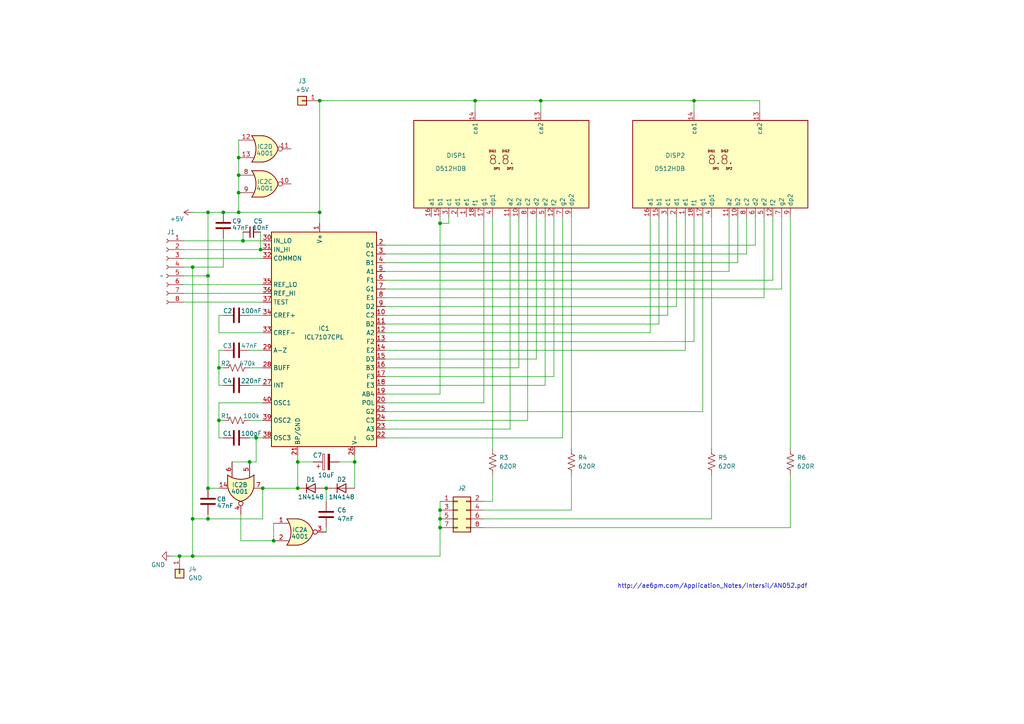
<source format=kicad_sch>
(kicad_sch (version 20230121) (generator eeschema)
  (paper "A4")
  (lib_symbols
    (symbol "4001_1" (pin_names (offset 1.016))
      (property "Reference" "IC2" (at 0 0.635 0))
      (property "Value" "4001" (at 0 -1.27 0))
      (symbol "4001_1_1_1"
        (arc (start -3.81 -3.81) (mid -2.589 0) (end -3.81 3.81) (stroke (width 0.254)))
        (arc (start -0.6096 -3.81) (mid 2.1842 -2.5851) (end 3.81 0) (stroke (width 0.254)) (fill (type background)))
        (polyline (pts (xy -3.81 -3.81) (xy -0.635 -3.81)) (stroke (width 0.254)) (fill (type background)))
        (polyline (pts (xy -3.81 3.81) (xy -0.635 3.81)) (stroke (width 0.254)) (fill (type background)))
        (polyline (pts (xy -0.635 3.81) (xy -3.81 3.81) (xy -3.81 3.81) (xy -3.556 3.4036) (xy -3.0226 2.2606) (xy -2.6924 1.0414) (xy -2.6162 -0.254) (xy -2.7686 -1.4986) (xy -3.175 -2.7178) (xy -3.81 -3.81) (xy -3.81 -3.81) (xy -0.635 -3.81)) (stroke (width -25.4)) (fill (type background)))
        (arc (start 3.81 0) (mid 2.1915 2.5936) (end -0.6096 3.81) (stroke (width 0.254)) (fill (type background)))
        (pin input line (at -7.62 2.54 0) (length 4.318) (name "~") (number "1"))
        (pin input line (at -7.62 -2.54 0) (length 4.318) (name "~") (number "2"))
        (pin output inverted (at 7.62 0 180) (length 3.81) (name "~") (number "3"))
      )
      (symbol "4001_1_1_2"
        (arc (start 0 -3.81) (mid 3.7934 0) (end 0 3.81) (stroke (width 0.254)) (fill (type background)))
        (polyline (pts (xy 0 3.81) (xy -3.81 3.81) (xy -3.81 -3.81) (xy 0 -3.81)) (stroke (width 0.254)) (fill (type background)))
        (pin input inverted (at -7.62 2.54 0) (length 3.81) (name "~") (number "1"))
        (pin input inverted (at -7.62 -2.54 0) (length 3.81) (name "~") (number "2"))
        (pin output line (at 7.62 0 180) (length 3.81) (name "~") (number "3"))
      )
      (symbol "4001_1_2_1"
        (arc (start -3.81 -3.81) (mid -2.589 0) (end -3.81 3.81) (stroke (width 0.254)))
        (arc (start -0.6096 -3.81) (mid 2.1842 -2.5851) (end 3.81 0) (stroke (width 0.254)) (fill (type background)))
        (polyline (pts (xy -3.81 -3.81) (xy -0.635 -3.81)) (stroke (width 0.254)) (fill (type background)))
        (polyline (pts (xy -3.81 3.81) (xy -0.635 3.81)) (stroke (width 0.254)) (fill (type background)))
        (polyline (pts (xy -0.635 3.81) (xy -3.81 3.81) (xy -3.81 3.81) (xy -3.556 3.4036) (xy -3.0226 2.2606) (xy -2.6924 1.0414) (xy -2.6162 -0.254) (xy -2.7686 -1.4986) (xy -3.175 -2.7178) (xy -3.81 -3.81) (xy -3.81 -3.81) (xy -0.635 -3.81)) (stroke (width -25.4)) (fill (type background)))
        (arc (start 3.81 0) (mid 2.1915 2.5936) (end -0.6096 3.81) (stroke (width 0.254)) (fill (type background)))
        (pin power_in line (at 0 -6.35 90) (length 2.54) (name "") (number "14"))
        (pin output inverted (at 7.62 0 180) (length 3.81) (name "~") (number "4"))
        (pin input line (at -7.62 2.54 0) (length 4.318) (name "~") (number "5"))
        (pin input line (at -7.62 -2.54 0) (length 4.318) (name "~") (number "6"))
        (pin power_in line (at 0 6.35 270) (length 2.54) (name "") (number "7"))
      )
      (symbol "4001_1_2_2"
        (arc (start 0 -3.81) (mid 3.7934 0) (end 0 3.81) (stroke (width 0.254)) (fill (type background)))
        (polyline (pts (xy 0 3.81) (xy -3.81 3.81) (xy -3.81 -3.81) (xy 0 -3.81)) (stroke (width 0.254)) (fill (type background)))
        (pin output line (at 7.62 0 180) (length 3.81) (name "~") (number "4"))
        (pin input inverted (at -7.62 2.54 0) (length 3.81) (name "~") (number "5"))
        (pin input inverted (at -7.62 -2.54 0) (length 3.81) (name "~") (number "6"))
      )
      (symbol "4001_1_3_1"
        (arc (start -3.81 -3.81) (mid -2.589 0) (end -3.81 3.81) (stroke (width 0.254)))
        (arc (start -0.6096 -3.81) (mid 2.1842 -2.5851) (end 3.81 0) (stroke (width 0.254)) (fill (type background)))
        (polyline (pts (xy -3.81 -3.81) (xy -0.635 -3.81)) (stroke (width 0.254)) (fill (type background)))
        (polyline (pts (xy -3.81 3.81) (xy -0.635 3.81)) (stroke (width 0.254)) (fill (type background)))
        (polyline (pts (xy -0.635 3.81) (xy -3.81 3.81) (xy -3.81 3.81) (xy -3.556 3.4036) (xy -3.0226 2.2606) (xy -2.6924 1.0414) (xy -2.6162 -0.254) (xy -2.7686 -1.4986) (xy -3.175 -2.7178) (xy -3.81 -3.81) (xy -3.81 -3.81) (xy -0.635 -3.81)) (stroke (width -25.4)) (fill (type background)))
        (arc (start 3.81 0) (mid 2.1915 2.5936) (end -0.6096 3.81) (stroke (width 0.254)) (fill (type background)))
        (pin output inverted (at 7.62 0 180) (length 3.81) (name "~") (number "10"))
        (pin input line (at -7.62 2.54 0) (length 4.318) (name "~") (number "8"))
        (pin input line (at -7.62 -2.54 0) (length 4.318) (name "~") (number "9"))
      )
      (symbol "4001_1_3_2"
        (arc (start 0 -3.81) (mid 3.7934 0) (end 0 3.81) (stroke (width 0.254)) (fill (type background)))
        (polyline (pts (xy 0 3.81) (xy -3.81 3.81) (xy -3.81 -3.81) (xy 0 -3.81)) (stroke (width 0.254)) (fill (type background)))
        (pin output line (at 7.62 0 180) (length 3.81) (name "~") (number "10"))
        (pin input inverted (at -7.62 2.54 0) (length 3.81) (name "~") (number "8"))
        (pin input inverted (at -7.62 -2.54 0) (length 3.81) (name "~") (number "9"))
      )
      (symbol "4001_1_4_1"
        (arc (start -3.81 -3.81) (mid -2.589 0) (end -3.81 3.81) (stroke (width 0.254)))
        (arc (start -0.6096 -3.81) (mid 2.1842 -2.5851) (end 3.81 0) (stroke (width 0.254)) (fill (type background)))
        (polyline (pts (xy -3.81 -3.81) (xy -0.635 -3.81)) (stroke (width 0.254)) (fill (type background)))
        (polyline (pts (xy -3.81 3.81) (xy -0.635 3.81)) (stroke (width 0.254)) (fill (type background)))
        (polyline (pts (xy -0.635 3.81) (xy -3.81 3.81) (xy -3.81 3.81) (xy -3.556 3.4036) (xy -3.0226 2.2606) (xy -2.6924 1.0414) (xy -2.6162 -0.254) (xy -2.7686 -1.4986) (xy -3.175 -2.7178) (xy -3.81 -3.81) (xy -3.81 -3.81) (xy -0.635 -3.81)) (stroke (width -25.4)) (fill (type background)))
        (arc (start 3.81 0) (mid 2.1915 2.5936) (end -0.6096 3.81) (stroke (width 0.254)) (fill (type background)))
        (pin output inverted (at 7.62 0 180) (length 3.81) (name "~") (number "11"))
        (pin input line (at -7.62 2.54 0) (length 4.318) (name "~") (number "12"))
        (pin input line (at -7.62 -2.54 0) (length 4.318) (name "~") (number "13"))
      )
      (symbol "4001_1_4_2"
        (arc (start 0 -3.81) (mid 3.7934 0) (end 0 3.81) (stroke (width 0.254)) (fill (type background)))
        (polyline (pts (xy 0 3.81) (xy -3.81 3.81) (xy -3.81 -3.81) (xy 0 -3.81)) (stroke (width 0.254)) (fill (type background)))
        (pin output line (at 7.62 0 180) (length 3.81) (name "~") (number "11"))
        (pin input inverted (at -7.62 2.54 0) (length 3.81) (name "~") (number "12"))
        (pin input inverted (at -7.62 -2.54 0) (length 3.81) (name "~") (number "13"))
      )
      (symbol "4001_1_5_0"
        (pin power_in line (at 0 12.7 270) (length 5.08) (name "VDD") (number "14"))
        (pin power_in line (at 0 -12.7 90) (length 5.08) (name "VSS") (number "7"))
      )
      (symbol "4001_1_5_1"
        (rectangle (start -5.08 7.62) (end 5.08 -7.62) (stroke (width 0.254)) (fill (type background)))
      )
    )
    (symbol "4001_2" (pin_names (offset 1.016))
      (property "Reference" "U" (at 0 1.27 0))
      (property "Value" "4001" (at 0 -1.27 0))
      (symbol "4001_2_1_1"
        (arc (start -3.81 -3.81) (mid -2.589 0) (end -3.81 3.81) (stroke (width 0.254)))
        (arc (start -0.6096 -3.81) (mid 2.1842 -2.5851) (end 3.81 0) (stroke (width 0.254)) (fill (type background)))
        (polyline (pts (xy -3.81 -3.81) (xy -0.635 -3.81)) (stroke (width 0.254)) (fill (type background)))
        (polyline (pts (xy -3.81 3.81) (xy -0.635 3.81)) (stroke (width 0.254)) (fill (type background)))
        (polyline (pts (xy -0.635 3.81) (xy -3.81 3.81) (xy -3.81 3.81) (xy -3.556 3.4036) (xy -3.0226 2.2606) (xy -2.6924 1.0414) (xy -2.6162 -0.254) (xy -2.7686 -1.4986) (xy -3.175 -2.7178) (xy -3.81 -3.81) (xy -3.81 -3.81) (xy -0.635 -3.81)) (stroke (width -25.4)) (fill (type background)))
        (arc (start 3.81 0) (mid 2.1915 2.5936) (end -0.6096 3.81) (stroke (width 0.254)) (fill (type background)))
        (pin input line (at -7.62 2.54 0) (length 4.318) (name "~") (number "1"))
        (pin input line (at -7.62 -2.54 0) (length 4.318) (name "~") (number "2"))
        (pin output inverted (at 7.62 0 180) (length 3.81) (name "~") (number "3"))
      )
      (symbol "4001_2_1_2"
        (arc (start 0 -3.81) (mid 3.7934 0) (end 0 3.81) (stroke (width 0.254)) (fill (type background)))
        (polyline (pts (xy 0 3.81) (xy -3.81 3.81) (xy -3.81 -3.81) (xy 0 -3.81)) (stroke (width 0.254)) (fill (type background)))
        (pin input inverted (at -7.62 2.54 0) (length 3.81) (name "~") (number "1"))
        (pin input inverted (at -7.62 -2.54 0) (length 3.81) (name "~") (number "2"))
        (pin output line (at 7.62 0 180) (length 3.81) (name "~") (number "3"))
      )
      (symbol "4001_2_2_1"
        (arc (start -3.81 -3.81) (mid -2.589 0) (end -3.81 3.81) (stroke (width 0.254)))
        (arc (start -0.6096 -3.81) (mid 2.1842 -2.5851) (end 3.81 0) (stroke (width 0.254)) (fill (type background)))
        (polyline (pts (xy -3.81 -3.81) (xy -0.635 -3.81)) (stroke (width 0.254)) (fill (type background)))
        (polyline (pts (xy -3.81 3.81) (xy -0.635 3.81)) (stroke (width 0.254)) (fill (type background)))
        (polyline (pts (xy -0.635 3.81) (xy -3.81 3.81) (xy -3.81 3.81) (xy -3.556 3.4036) (xy -3.0226 2.2606) (xy -2.6924 1.0414) (xy -2.6162 -0.254) (xy -2.7686 -1.4986) (xy -3.175 -2.7178) (xy -3.81 -3.81) (xy -3.81 -3.81) (xy -0.635 -3.81)) (stroke (width -25.4)) (fill (type background)))
        (arc (start 3.81 0) (mid 2.1915 2.5936) (end -0.6096 3.81) (stroke (width 0.254)) (fill (type background)))
        (pin output inverted (at 7.62 0 180) (length 3.81) (name "~") (number "4"))
        (pin input line (at -7.62 2.54 0) (length 4.318) (name "~") (number "5"))
        (pin input line (at -7.62 -2.54 0) (length 4.318) (name "~") (number "6"))
      )
      (symbol "4001_2_2_2"
        (arc (start 0 -3.81) (mid 3.7934 0) (end 0 3.81) (stroke (width 0.254)) (fill (type background)))
        (polyline (pts (xy 0 3.81) (xy -3.81 3.81) (xy -3.81 -3.81) (xy 0 -3.81)) (stroke (width 0.254)) (fill (type background)))
        (pin output line (at 7.62 0 180) (length 3.81) (name "~") (number "4"))
        (pin input inverted (at -7.62 2.54 0) (length 3.81) (name "~") (number "5"))
        (pin input inverted (at -7.62 -2.54 0) (length 3.81) (name "~") (number "6"))
      )
      (symbol "4001_2_3_1"
        (arc (start -3.81 -3.81) (mid -2.589 0) (end -3.81 3.81) (stroke (width 0.254)))
        (arc (start -0.6096 -3.81) (mid 2.1842 -2.5851) (end 3.81 0) (stroke (width 0.254)) (fill (type background)))
        (polyline (pts (xy -3.81 -3.81) (xy -0.635 -3.81)) (stroke (width 0.254)) (fill (type background)))
        (polyline (pts (xy -3.81 3.81) (xy -0.635 3.81)) (stroke (width 0.254)) (fill (type background)))
        (polyline (pts (xy -0.635 3.81) (xy -3.81 3.81) (xy -3.81 3.81) (xy -3.556 3.4036) (xy -3.0226 2.2606) (xy -2.6924 1.0414) (xy -2.6162 -0.254) (xy -2.7686 -1.4986) (xy -3.175 -2.7178) (xy -3.81 -3.81) (xy -3.81 -3.81) (xy -0.635 -3.81)) (stroke (width -25.4)) (fill (type background)))
        (arc (start 3.81 0) (mid 2.1915 2.5936) (end -0.6096 3.81) (stroke (width 0.254)) (fill (type background)))
        (pin output inverted (at 7.62 0 180) (length 3.81) (name "~") (number "10"))
        (pin input line (at -7.62 2.54 0) (length 4.318) (name "~") (number "8"))
        (pin input line (at -7.62 -2.54 0) (length 4.318) (name "~") (number "9"))
      )
      (symbol "4001_2_3_2"
        (arc (start 0 -3.81) (mid 3.7934 0) (end 0 3.81) (stroke (width 0.254)) (fill (type background)))
        (polyline (pts (xy 0 3.81) (xy -3.81 3.81) (xy -3.81 -3.81) (xy 0 -3.81)) (stroke (width 0.254)) (fill (type background)))
        (pin output line (at 7.62 0 180) (length 3.81) (name "~") (number "10"))
        (pin input inverted (at -7.62 2.54 0) (length 3.81) (name "~") (number "8"))
        (pin input inverted (at -7.62 -2.54 0) (length 3.81) (name "~") (number "9"))
      )
      (symbol "4001_2_4_1"
        (arc (start -3.81 -3.81) (mid -2.589 0) (end -3.81 3.81) (stroke (width 0.254)))
        (arc (start -0.6096 -3.81) (mid 2.1842 -2.5851) (end 3.81 0) (stroke (width 0.254)) (fill (type background)))
        (polyline (pts (xy -3.81 -3.81) (xy -0.635 -3.81)) (stroke (width 0.254)) (fill (type background)))
        (polyline (pts (xy -3.81 3.81) (xy -0.635 3.81)) (stroke (width 0.254)) (fill (type background)))
        (polyline (pts (xy -0.635 3.81) (xy -3.81 3.81) (xy -3.81 3.81) (xy -3.556 3.4036) (xy -3.0226 2.2606) (xy -2.6924 1.0414) (xy -2.6162 -0.254) (xy -2.7686 -1.4986) (xy -3.175 -2.7178) (xy -3.81 -3.81) (xy -3.81 -3.81) (xy -0.635 -3.81)) (stroke (width -25.4)) (fill (type background)))
        (arc (start 3.81 0) (mid 2.1915 2.5936) (end -0.6096 3.81) (stroke (width 0.254)) (fill (type background)))
        (pin output inverted (at 7.62 0 180) (length 3.81) (name "~") (number "11"))
        (pin input line (at -7.62 2.54 0) (length 4.318) (name "~") (number "12"))
        (pin input line (at -7.62 -2.54 0) (length 4.318) (name "~") (number "13"))
      )
      (symbol "4001_2_4_2"
        (arc (start 0 -3.81) (mid 3.7934 0) (end 0 3.81) (stroke (width 0.254)) (fill (type background)))
        (polyline (pts (xy 0 3.81) (xy -3.81 3.81) (xy -3.81 -3.81) (xy 0 -3.81)) (stroke (width 0.254)) (fill (type background)))
        (pin output line (at 7.62 0 180) (length 3.81) (name "~") (number "11"))
        (pin input inverted (at -7.62 2.54 0) (length 3.81) (name "~") (number "12"))
        (pin input inverted (at -7.62 -2.54 0) (length 3.81) (name "~") (number "13"))
      )
      (symbol "4001_2_5_0"
        (pin power_in line (at 0 12.7 270) (length 5.08) (name "VDD") (number "14"))
        (pin power_in line (at 0 -12.7 90) (length 5.08) (name "VSS") (number "7"))
      )
      (symbol "4001_2_5_1"
        (rectangle (start -5.08 7.62) (end 5.08 -7.62) (stroke (width 0.254)) (fill (type background)))
      )
    )
    (symbol "4xxx:4001" (pin_names (offset 1.016))
      (property "Reference" "IC2" (at 0 0.635 0))
      (property "Value" "4001" (at 0 -1.27 0))
      (symbol "4001_1_1"
        (arc (start -3.81 -3.81) (mid -2.589 0) (end -3.81 3.81) (stroke (width 0.254)))
        (arc (start -0.6096 -3.81) (mid 2.1842 -2.5851) (end 3.81 0) (stroke (width 0.254)) (fill (type background)))
        (polyline (pts (xy -3.81 -3.81) (xy -0.635 -3.81)) (stroke (width 0.254)) (fill (type background)))
        (polyline (pts (xy -3.81 3.81) (xy -0.635 3.81)) (stroke (width 0.254)) (fill (type background)))
        (polyline (pts (xy -0.635 3.81) (xy -3.81 3.81) (xy -3.81 3.81) (xy -3.556 3.4036) (xy -3.0226 2.2606) (xy -2.6924 1.0414) (xy -2.6162 -0.254) (xy -2.7686 -1.4986) (xy -3.175 -2.7178) (xy -3.81 -3.81) (xy -3.81 -3.81) (xy -0.635 -3.81)) (stroke (width -25.4)) (fill (type background)))
        (arc (start 3.81 0) (mid 2.1915 2.5936) (end -0.6096 3.81) (stroke (width 0.254)) (fill (type background)))
        (pin input line (at -7.62 2.54 0) (length 4.318) (name "~") (number "1"))
        (pin input line (at -7.62 -2.54 0) (length 4.318) (name "~") (number "2"))
        (pin output inverted (at 7.62 0 180) (length 3.81) (name "~") (number "3"))
      )
      (symbol "4001_1_2"
        (arc (start 0 -3.81) (mid 3.7934 0) (end 0 3.81) (stroke (width 0.254)) (fill (type background)))
        (polyline (pts (xy 0 3.81) (xy -3.81 3.81) (xy -3.81 -3.81) (xy 0 -3.81)) (stroke (width 0.254)) (fill (type background)))
        (pin input inverted (at -7.62 2.54 0) (length 3.81) (name "~") (number "1"))
        (pin input inverted (at -7.62 -2.54 0) (length 3.81) (name "~") (number "2"))
        (pin output line (at 7.62 0 180) (length 3.81) (name "~") (number "3"))
      )
      (symbol "4001_2_1"
        (arc (start -3.81 -3.81) (mid -2.589 0) (end -3.81 3.81) (stroke (width 0.254)))
        (arc (start -0.6096 -3.81) (mid 2.1842 -2.5851) (end 3.81 0) (stroke (width 0.254)) (fill (type background)))
        (polyline (pts (xy -3.81 -3.81) (xy -0.635 -3.81)) (stroke (width 0.254)) (fill (type background)))
        (polyline (pts (xy -3.81 3.81) (xy -0.635 3.81)) (stroke (width 0.254)) (fill (type background)))
        (polyline (pts (xy -0.635 3.81) (xy -3.81 3.81) (xy -3.81 3.81) (xy -3.556 3.4036) (xy -3.0226 2.2606) (xy -2.6924 1.0414) (xy -2.6162 -0.254) (xy -2.7686 -1.4986) (xy -3.175 -2.7178) (xy -3.81 -3.81) (xy -3.81 -3.81) (xy -0.635 -3.81)) (stroke (width -25.4)) (fill (type background)))
        (arc (start 3.81 0) (mid 2.1915 2.5936) (end -0.6096 3.81) (stroke (width 0.254)) (fill (type background)))
        (pin power_in line (at 0 -6.35 90) (length 2.54) (name "") (number "14"))
        (pin output inverted (at 7.62 0 180) (length 3.81) (name "~") (number "4"))
        (pin input line (at -7.62 2.54 0) (length 4.318) (name "~") (number "5"))
        (pin input line (at -7.62 -2.54 0) (length 4.318) (name "~") (number "6"))
        (pin power_in line (at 0 6.35 270) (length 2.54) (name "") (number "7"))
      )
      (symbol "4001_2_2"
        (arc (start 0 -3.81) (mid 3.7934 0) (end 0 3.81) (stroke (width 0.254)) (fill (type background)))
        (polyline (pts (xy 0 3.81) (xy -3.81 3.81) (xy -3.81 -3.81) (xy 0 -3.81)) (stroke (width 0.254)) (fill (type background)))
        (pin output line (at 7.62 0 180) (length 3.81) (name "~") (number "4"))
        (pin input inverted (at -7.62 2.54 0) (length 3.81) (name "~") (number "5"))
        (pin input inverted (at -7.62 -2.54 0) (length 3.81) (name "~") (number "6"))
      )
      (symbol "4001_3_1"
        (arc (start -3.81 -3.81) (mid -2.589 0) (end -3.81 3.81) (stroke (width 0.254)))
        (arc (start -0.6096 -3.81) (mid 2.1842 -2.5851) (end 3.81 0) (stroke (width 0.254)) (fill (type background)))
        (polyline (pts (xy -3.81 -3.81) (xy -0.635 -3.81)) (stroke (width 0.254)) (fill (type background)))
        (polyline (pts (xy -3.81 3.81) (xy -0.635 3.81)) (stroke (width 0.254)) (fill (type background)))
        (polyline (pts (xy -0.635 3.81) (xy -3.81 3.81) (xy -3.81 3.81) (xy -3.556 3.4036) (xy -3.0226 2.2606) (xy -2.6924 1.0414) (xy -2.6162 -0.254) (xy -2.7686 -1.4986) (xy -3.175 -2.7178) (xy -3.81 -3.81) (xy -3.81 -3.81) (xy -0.635 -3.81)) (stroke (width -25.4)) (fill (type background)))
        (arc (start 3.81 0) (mid 2.1915 2.5936) (end -0.6096 3.81) (stroke (width 0.254)) (fill (type background)))
        (pin output inverted (at 7.62 0 180) (length 3.81) (name "~") (number "10"))
        (pin input line (at -7.62 2.54 0) (length 4.318) (name "~") (number "8"))
        (pin input line (at -7.62 -2.54 0) (length 4.318) (name "~") (number "9"))
      )
      (symbol "4001_3_2"
        (arc (start 0 -3.81) (mid 3.7934 0) (end 0 3.81) (stroke (width 0.254)) (fill (type background)))
        (polyline (pts (xy 0 3.81) (xy -3.81 3.81) (xy -3.81 -3.81) (xy 0 -3.81)) (stroke (width 0.254)) (fill (type background)))
        (pin output line (at 7.62 0 180) (length 3.81) (name "~") (number "10"))
        (pin input inverted (at -7.62 2.54 0) (length 3.81) (name "~") (number "8"))
        (pin input inverted (at -7.62 -2.54 0) (length 3.81) (name "~") (number "9"))
      )
      (symbol "4001_4_1"
        (arc (start -3.81 -3.81) (mid -2.589 0) (end -3.81 3.81) (stroke (width 0.254)))
        (arc (start -0.6096 -3.81) (mid 2.1842 -2.5851) (end 3.81 0) (stroke (width 0.254)) (fill (type background)))
        (polyline (pts (xy -3.81 -3.81) (xy -0.635 -3.81)) (stroke (width 0.254)) (fill (type background)))
        (polyline (pts (xy -3.81 3.81) (xy -0.635 3.81)) (stroke (width 0.254)) (fill (type background)))
        (polyline (pts (xy -0.635 3.81) (xy -3.81 3.81) (xy -3.81 3.81) (xy -3.556 3.4036) (xy -3.0226 2.2606) (xy -2.6924 1.0414) (xy -2.6162 -0.254) (xy -2.7686 -1.4986) (xy -3.175 -2.7178) (xy -3.81 -3.81) (xy -3.81 -3.81) (xy -0.635 -3.81)) (stroke (width -25.4)) (fill (type background)))
        (arc (start 3.81 0) (mid 2.1915 2.5936) (end -0.6096 3.81) (stroke (width 0.254)) (fill (type background)))
        (pin output inverted (at 7.62 0 180) (length 3.81) (name "~") (number "11"))
        (pin input line (at -7.62 2.54 0) (length 4.318) (name "~") (number "12"))
        (pin input line (at -7.62 -2.54 0) (length 4.318) (name "~") (number "13"))
      )
      (symbol "4001_4_2"
        (arc (start 0 -3.81) (mid 3.7934 0) (end 0 3.81) (stroke (width 0.254)) (fill (type background)))
        (polyline (pts (xy 0 3.81) (xy -3.81 3.81) (xy -3.81 -3.81) (xy 0 -3.81)) (stroke (width 0.254)) (fill (type background)))
        (pin output line (at 7.62 0 180) (length 3.81) (name "~") (number "11"))
        (pin input inverted (at -7.62 2.54 0) (length 3.81) (name "~") (number "12"))
        (pin input inverted (at -7.62 -2.54 0) (length 3.81) (name "~") (number "13"))
      )
      (symbol "4001_5_0"
        (pin power_in line (at 0 12.7 270) (length 5.08) (name "VDD") (number "14"))
        (pin power_in line (at 0 -12.7 90) (length 5.08) (name "VSS") (number "7"))
      )
      (symbol "4001_5_1"
        (rectangle (start -5.08 7.62) (end 5.08 -7.62) (stroke (width 0.254)) (fill (type background)))
      )
    )
    (symbol "Analog_ADC:ICL7107CPL"
      (property "Reference" "IC1" (at -2.54 3.81 0))
      (property "Value" "ICL7107CPL" (at -2.54 1.27 0))
      (symbol "ICL7107CPL_0_1"
        (rectangle (start -17.78 31.75) (end 12.7 -30.48) (stroke (width 0.254)) (fill (type background)))
      )
      (symbol "ICL7107CPL_1_1"
        (pin power_in line (at -1.27 34.29 270) (length 2.54) (name "V+") (number "1"))
        (pin output line (at -20.32 7.62 0) (length 2.54) (name "C2") (number "10"))
        (pin output line (at -20.32 5.08 0) (length 2.54) (name "B2") (number "11"))
        (pin output line (at -20.32 2.54 0) (length 2.54) (name "A2") (number "12"))
        (pin output line (at -20.32 0 0) (length 2.54) (name "F2") (number "13"))
        (pin output line (at -20.32 -2.54 0) (length 2.54) (name "E2") (number "14"))
        (pin output line (at -20.32 -5.08 0) (length 2.54) (name "D3") (number "15"))
        (pin output line (at -20.32 -7.62 0) (length 2.54) (name "B3") (number "16"))
        (pin output line (at -20.32 -10.16 0) (length 2.54) (name "F3") (number "17"))
        (pin output line (at -20.32 -12.7 0) (length 2.54) (name "E3") (number "18"))
        (pin output line (at -20.32 -15.24 0) (length 2.54) (name "AB4") (number "19"))
        (pin output line (at -20.32 27.94 0) (length 2.54) (name "D1") (number "2"))
        (pin output line (at -20.32 -17.78 0) (length 2.54) (name "POL") (number "20"))
        (pin bidirectional line (at 5.08 -33.02 90) (length 2.54) (name "BP/GND") (number "21"))
        (pin output line (at -20.32 -27.94 0) (length 2.54) (name "G3") (number "22"))
        (pin output line (at -20.32 -25.4 0) (length 2.54) (name "A3") (number "23"))
        (pin output line (at -20.32 -22.86 0) (length 2.54) (name "C3") (number "24"))
        (pin output line (at -20.32 -20.32 0) (length 2.54) (name "G2") (number "25"))
        (pin power_in line (at -11.43 -33.02 90) (length 2.54) (name "V-") (number "26"))
        (pin passive line (at 15.24 -12.7 180) (length 2.54) (name "INT") (number "27"))
        (pin output line (at 15.24 -7.62 180) (length 2.54) (name "BUFF") (number "28"))
        (pin passive line (at 15.24 -2.54 180) (length 2.54) (name "A-Z") (number "29"))
        (pin output line (at -20.32 25.4 0) (length 2.54) (name "C1") (number "3"))
        (pin input line (at 15.24 29.21 180) (length 2.54) (name "IN_LO") (number "30"))
        (pin input line (at 15.24 26.67 180) (length 2.54) (name "IN_HI") (number "31"))
        (pin output line (at 15.24 24.13 180) (length 2.54) (name "COMMON") (number "32"))
        (pin passive line (at 15.24 2.54 180) (length 2.54) (name "CREF-") (number "33"))
        (pin passive line (at 15.24 7.62 180) (length 2.54) (name "CREF+") (number "34"))
        (pin passive line (at 15.24 16.51 180) (length 2.54) (name "REF_LO") (number "35"))
        (pin passive line (at 15.24 13.97 180) (length 2.54) (name "REF_HI") (number "36"))
        (pin passive line (at 15.24 11.43 180) (length 2.54) (name "TEST") (number "37"))
        (pin passive line (at 15.24 -27.94 180) (length 2.54) (name "OSC3") (number "38"))
        (pin passive line (at 15.24 -22.86 180) (length 2.54) (name "OSC2") (number "39"))
        (pin output line (at -20.32 22.86 0) (length 2.54) (name "B1") (number "4"))
        (pin passive line (at 15.24 -17.78 180) (length 2.54) (name "OSC1") (number "40"))
        (pin output line (at -20.32 20.32 0) (length 2.54) (name "A1") (number "5"))
        (pin output line (at -20.32 17.78 0) (length 2.54) (name "F1") (number "6"))
        (pin output line (at -20.32 15.24 0) (length 2.54) (name "G1") (number "7"))
        (pin output line (at -20.32 12.7 0) (length 2.54) (name "E1") (number "8"))
        (pin output line (at -20.32 10.16 0) (length 2.54) (name "D2") (number "9"))
      )
    )
    (symbol "Connector:Conn_01x08_Socket" (pin_names (offset 1.016) hide)
      (property "Reference" "J" (at 0 10.16 0))
      (property "Value" "Conn_01x08_Socket" (at 0 -12.7 0))
      (symbol "Conn_01x08_Socket_1_1"
        (arc (start 0 -9.652) (mid -0.5058 -10.16) (end 0 -10.668) (stroke (width 0.1524)))
        (arc (start 0 -7.112) (mid -0.5058 -7.62) (end 0 -8.128) (stroke (width 0.1524)))
        (arc (start 0 -4.572) (mid -0.5058 -5.08) (end 0 -5.588) (stroke (width 0.1524)))
        (arc (start 0 -2.032) (mid -0.5058 -2.54) (end 0 -3.048) (stroke (width 0.1524)))
        (polyline (pts (xy -1.27 -10.16) (xy -0.508 -10.16)) (stroke (width 0.1524)))
        (polyline (pts (xy -1.27 -7.62) (xy -0.508 -7.62)) (stroke (width 0.1524)))
        (polyline (pts (xy -1.27 -5.08) (xy -0.508 -5.08)) (stroke (width 0.1524)))
        (polyline (pts (xy -1.27 -2.54) (xy -0.508 -2.54)) (stroke (width 0.1524)))
        (polyline (pts (xy -1.27 0) (xy -0.508 0)) (stroke (width 0.1524)))
        (polyline (pts (xy -1.27 2.54) (xy -0.508 2.54)) (stroke (width 0.1524)))
        (polyline (pts (xy -1.27 5.08) (xy -0.508 5.08)) (stroke (width 0.1524)))
        (polyline (pts (xy -1.27 7.62) (xy -0.508 7.62)) (stroke (width 0.1524)))
        (arc (start 0 0.508) (mid -0.5058 0) (end 0 -0.508) (stroke (width 0.1524)))
        (arc (start 0 3.048) (mid -0.5058 2.54) (end 0 2.032) (stroke (width 0.1524)))
        (arc (start 0 5.588) (mid -0.5058 5.08) (end 0 4.572) (stroke (width 0.1524)))
        (arc (start 0 8.128) (mid -0.5058 7.62) (end 0 7.112) (stroke (width 0.1524)))
        (pin passive line (at -5.08 7.62 0) (length 3.81) (name "Pin_1") (number "1"))
        (pin passive line (at -5.08 5.08 0) (length 3.81) (name "Pin_2") (number "2"))
        (pin passive line (at -5.08 2.54 0) (length 3.81) (name "Pin_3") (number "3"))
        (pin passive line (at -5.08 0 0) (length 3.81) (name "Pin_4") (number "4"))
        (pin passive line (at -5.08 -2.54 0) (length 3.81) (name "Pin_5") (number "5"))
        (pin passive line (at -5.08 -5.08 0) (length 3.81) (name "Pin_6") (number "6"))
        (pin passive line (at -5.08 -7.62 0) (length 3.81) (name "Pin_7") (number "7"))
        (pin passive line (at -5.08 -10.16 0) (length 3.81) (name "Pin_8") (number "8"))
      )
    )
    (symbol "Connector_Generic:Conn_01x01" (pin_names (offset 1.016) hide)
      (property "Reference" "J" (at 0 2.54 0))
      (property "Value" "Conn_01x01" (at 0 -2.54 0))
      (symbol "Conn_01x01_1_1"
        (rectangle (start -1.27 0.127) (end 0 -0.127) (stroke (width 0.1524)))
        (rectangle (start -1.27 1.27) (end 1.27 -1.27) (stroke (width 0.254)) (fill (type background)))
        (pin passive line (at -5.08 0 0) (length 3.81) (name "Pin_1") (number "1"))
      )
    )
    (symbol "Connector_Generic:Conn_02x04_Odd_Even" (pin_names (offset 1.016) hide)
      (property "Reference" "J" (at 1.27 5.08 0))
      (property "Value" "Conn_02x04_Odd_Even" (at 1.27 -7.62 0))
      (symbol "Conn_02x04_Odd_Even_1_1"
        (rectangle (start -1.27 -4.953) (end 0 -5.207) (stroke (width 0.1524)))
        (rectangle (start -1.27 -2.413) (end 0 -2.667) (stroke (width 0.1524)))
        (rectangle (start -1.27 0.127) (end 0 -0.127) (stroke (width 0.1524)))
        (rectangle (start -1.27 2.667) (end 0 2.413) (stroke (width 0.1524)))
        (rectangle (start -1.27 3.81) (end 3.81 -6.35) (stroke (width 0.254)) (fill (type background)))
        (rectangle (start 3.81 -4.953) (end 2.54 -5.207) (stroke (width 0.1524)))
        (rectangle (start 3.81 -2.413) (end 2.54 -2.667) (stroke (width 0.1524)))
        (rectangle (start 3.81 0.127) (end 2.54 -0.127) (stroke (width 0.1524)))
        (rectangle (start 3.81 2.667) (end 2.54 2.413) (stroke (width 0.1524)))
        (pin passive line (at -5.08 2.54 0) (length 3.81) (name "Pin_1") (number "1"))
        (pin passive line (at 7.62 2.54 180) (length 3.81) (name "Pin_2") (number "2"))
        (pin passive line (at -5.08 0 0) (length 3.81) (name "Pin_3") (number "3"))
        (pin passive line (at 7.62 0 180) (length 3.81) (name "Pin_4") (number "4"))
        (pin passive line (at -5.08 -2.54 0) (length 3.81) (name "Pin_5") (number "5"))
        (pin passive line (at 7.62 -2.54 180) (length 3.81) (name "Pin_6") (number "6"))
        (pin passive line (at -5.08 -5.08 0) (length 3.81) (name "Pin_7") (number "7"))
        (pin passive line (at 7.62 -5.08 180) (length 3.81) (name "Pin_8") (number "8"))
      )
    )
    (symbol "Device:C" (pin_numbers hide) (pin_names (offset 0.254))
      (property "Reference" "C" (at 0.635 2.54 0))
      (property "Value" "C" (at 0.635 -2.54 0))
      (symbol "C_0_1"
        (polyline (pts (xy -2.032 -0.762) (xy 2.032 -0.762)) (stroke (width 0.508)))
        (polyline (pts (xy -2.032 0.762) (xy 2.032 0.762)) (stroke (width 0.508)))
      )
      (symbol "C_1_1"
        (pin passive line (at 0 3.81 270) (length 2.794) (name "~") (number "1"))
        (pin passive line (at 0 -3.81 90) (length 2.794) (name "~") (number "2"))
      )
    )
    (symbol "Device:C_Polarized" (pin_numbers hide) (pin_names (offset 0.254))
      (property "Reference" "C" (at 0.635 2.54 0))
      (property "Value" "C_Polarized" (at 0.635 -2.54 0))
      (symbol "C_Polarized_0_1"
        (rectangle (start -2.286 0.508) (end 2.286 1.016))
        (polyline (pts (xy -1.778 2.286) (xy -0.762 2.286)))
        (polyline (pts (xy -1.27 2.794) (xy -1.27 1.778)))
        (rectangle (start 2.286 -0.508) (end -2.286 -1.016) (fill (type outline)))
      )
      (symbol "C_Polarized_1_1"
        (pin passive line (at 0 3.81 270) (length 2.794) (name "~") (number "1"))
        (pin passive line (at 0 -3.81 90) (length 2.794) (name "~") (number "2"))
      )
    )
    (symbol "Device:C_Small" (pin_numbers hide) (pin_names (offset 0.254) hide)
      (property "Reference" "C" (at 0.254 1.778 0))
      (property "Value" "C_Small" (at 0.254 -2.032 0))
      (symbol "C_Small_0_1"
        (polyline (pts (xy -1.524 -0.508) (xy 1.524 -0.508)) (stroke (width 0.3302)))
        (polyline (pts (xy -1.524 0.508) (xy 1.524 0.508)) (stroke (width 0.3048)))
      )
      (symbol "C_Small_1_1"
        (pin passive line (at 0 2.54 270) (length 2.032) (name "~") (number "1"))
        (pin passive line (at 0 -2.54 90) (length 2.032) (name "~") (number "2"))
      )
    )
    (symbol "Device:D" (pin_numbers hide) (pin_names (offset 1.016) hide)
      (property "Reference" "D" (at 0 2.54 0))
      (property "Value" "D" (at 0 -2.54 0))
      (symbol "D_0_1"
        (polyline (pts (xy -1.27 1.27) (xy -1.27 -1.27)) (stroke (width 0.254)))
        (polyline (pts (xy 1.27 0) (xy -1.27 0)))
        (polyline (pts (xy 1.27 1.27) (xy 1.27 -1.27) (xy -1.27 0) (xy 1.27 1.27)) (stroke (width 0.254)))
      )
      (symbol "D_1_1"
        (pin passive line (at -3.81 0 0) (length 2.54) (name "K") (number "1"))
        (pin passive line (at 3.81 0 180) (length 2.54) (name "A") (number "2"))
      )
    )
    (symbol "Device:R_US" (pin_numbers hide) (pin_names (offset 0))
      (property "Reference" "R" (at 2.54 0 90))
      (property "Value" "R_US" (at -2.54 0 90))
      (symbol "R_US_0_1"
        (polyline (pts (xy 0 -2.286) (xy 0 -2.54)))
        (polyline (pts (xy 0 2.286) (xy 0 2.54)))
        (polyline (pts (xy 0 -0.762) (xy 1.016 -1.143) (xy 0 -1.524) (xy -1.016 -1.905) (xy 0 -2.286)))
        (polyline (pts (xy 0 0.762) (xy 1.016 0.381) (xy 0 0) (xy -1.016 -0.381) (xy 0 -0.762)))
        (polyline (pts (xy 0 2.286) (xy 1.016 1.905) (xy 0 1.524) (xy -1.016 1.143) (xy 0 0.762)))
      )
      (symbol "R_US_1_1"
        (pin passive line (at 0 3.81 270) (length 1.27) (name "~") (number "1"))
        (pin passive line (at 0 -3.81 90) (length 1.27) (name "~") (number "2"))
      )
    )
    (symbol "Display_Character:DA56-11EWA"
      (property "Reference" "U1" (at 1.27 -13.97 90))
      (property "Value" "DA56-11EWA" (at -2.54 -13.97 90))
      (symbol "DA56-11EWA_0_0"
        (text "8.8." (at 0 1.27 0) (effects (font (size 2.54 2.54))))
        (text "DIG1" (at -2.54 3.81 0) (effects (font (size 0.635 0.635))))
        (text "DIG2" (at 1.27 3.81 0) (effects (font (size 0.635 0.635))))
        (text "DP1" (at -1.27 -1.27 0) (effects (font (size 0.635 0.635))))
        (text "DP2" (at 2.54 -1.27 0) (effects (font (size 0.635 0.635))))
      )
      (symbol "DA56-11EWA_0_1"
        (rectangle (start -25.4 12.7) (end 25.4 -12.7) (stroke (width 0.254)) (fill (type background)))
      )
      (symbol "DA56-11EWA_1_1"
        (pin input line (at -10.16 -15.24 90) (length 2.54) (name "e1") (number "1"))
        (pin input line (at 5.08 -15.24 90) (length 2.54) (name "b2") (number "10"))
        (pin input line (at 2.54 -15.24 90) (length 2.54) (name "a2") (number "11"))
        (pin input line (at 15.24 -15.24 90) (length 2.54) (name "f2") (number "12"))
        (pin input line (at 11.43 15.24 270) (length 2.54) (name "ca2") (number "13"))
        (pin input line (at -7.62 15.24 270) (length 2.54) (name "ca1") (number "14"))
        (pin input line (at -17.78 -15.24 90) (length 2.54) (name "b1") (number "15"))
        (pin input line (at -20.32 -15.24 90) (length 2.54) (name "a1") (number "16"))
        (pin input line (at -5.08 -15.24 90) (length 2.54) (name "g1") (number "17"))
        (pin input line (at -7.62 -15.24 90) (length 2.54) (name "f1") (number "18"))
        (pin input line (at -12.7 -15.24 90) (length 2.54) (name "d1") (number "2"))
        (pin input line (at -15.24 -15.24 90) (length 2.54) (name "c1") (number "3"))
        (pin input line (at -2.54 -15.24 90) (length 2.54) (name "dp1") (number "4"))
        (pin input line (at 12.7 -15.24 90) (length 2.54) (name "e2") (number "5"))
        (pin input line (at 10.16 -15.24 90) (length 2.54) (name "d2") (number "6"))
        (pin input line (at 17.78 -15.24 90) (length 2.54) (name "g2") (number "7"))
        (pin input line (at 7.62 -15.24 90) (length 2.54) (name "c2") (number "8"))
        (pin input line (at 20.32 -15.24 90) (length 2.54) (name "dp2") (number "9"))
      )
    )
    (symbol "power:+5V" (power) (pin_names (offset 0))
      (property "Value" "+5V" (at 0 3.556 0))
      (symbol "+5V_0_1"
        (polyline (pts (xy -0.762 1.27) (xy 0 2.54)))
        (polyline (pts (xy 0 0) (xy 0 2.54)))
        (polyline (pts (xy 0 2.54) (xy 0.762 1.27)))
      )
      (symbol "+5V_1_1"
        (pin power_in line (at 0 0 90) (length 0) hide (name "+5V") (number "1"))
      )
    )
    (symbol "power:GND" (power) (pin_names (offset 0))
      (property "Value" "GND" (at 0 -3.81 0))
      (symbol "GND_0_1"
        (polyline (pts (xy 0 0) (xy 0 -1.27) (xy 1.27 -1.27) (xy 0 -2.54) (xy -1.27 -1.27) (xy 0 -1.27)))
      )
      (symbol "GND_1_1"
        (pin power_in line (at 0 0 270) (length 0) hide (name "GND") (number "1"))
      )
    )
  )
  (junction (at 137.795 29.21))
  (junction (at 72.39 133.985))
  (junction (at 63.5 121.92))
  (junction (at 76.2 141.605))
  (junction (at 55.88 150.495))
  (junction (at 60.325 150.495))
  (junction (at 94.615 141.605))
  (junction (at 92.71 61.595))
  (junction (at 64.77 61.595))
  (junction (at 92.71 29.21))
  (junction (at 52.07 161.29))
  (junction (at 60.325 80.01))
  (junction (at 156.845 29.21))
  (junction (at 86.36 141.605))
  (junction (at 69.215 61.595))
  (junction (at 127.635 150.495))
  (junction (at 69.215 50.8))
  (junction (at 201.295 29.21))
  (junction (at 127.635 64.77))
  (junction (at 69.215 55.88))
  (junction (at 60.325 61.595))
  (junction (at 79.375 156.845))
  (junction (at 75.565 72.39))
  (junction (at 74.295 127))
  (junction (at 63.5 106.68))
  (junction (at 70.485 69.85))
  (junction (at 55.88 161.29))
  (junction (at 69.215 45.72))
  (junction (at 55.88 77.47))
  (junction (at 60.325 141.605))
  (junction (at 102.87 133.985))
  (junction (at 127.635 147.955))
  (junction (at 86.36 133.985))
  (junction (at 127.635 153.035))
  (wire (pts (xy 69.85 156.845) (xy 79.375 156.845)))
  (wire (pts (xy 111.76 99.06) (xy 201.295 99.06)))
  (wire (pts (xy 63.5 127) (xy 64.77 127)))
  (wire (pts (xy 221.615 62.865) (xy 221.615 86.36)))
  (wire (pts (xy 142.875 62.865) (xy 142.875 130.175)))
  (wire (pts (xy 127.635 153.035) (xy 127.635 161.29)))
  (wire (pts (xy 198.755 101.6) (xy 198.755 62.865)))
  (wire (pts (xy 137.795 29.21) (xy 156.845 29.21)))
  (wire (pts (xy 60.325 149.225) (xy 60.325 150.495)))
  (wire (pts (xy 60.325 150.495) (xy 76.2 150.495)))
  (wire (pts (xy 63.5 127) (xy 63.5 121.92)))
  (wire (pts (xy 111.76 101.6) (xy 198.755 101.6)))
  (wire (pts (xy 72.39 106.68) (xy 76.2 106.68)))
  (wire (pts (xy 201.295 99.06) (xy 201.295 62.865)))
  (wire (pts (xy 92.71 29.21) (xy 92.71 61.595)))
  (wire (pts (xy 60.325 61.595) (xy 64.77 61.595)))
  (wire (pts (xy 63.5 121.92) (xy 63.5 116.84)))
  (wire (pts (xy 111.76 96.52) (xy 188.595 96.52)))
  (wire (pts (xy 140.335 145.415) (xy 142.875 145.415)))
  (wire (pts (xy 75.565 72.39) (xy 76.2 72.39)))
  (wire (pts (xy 55.88 77.47) (xy 55.88 150.495)))
  (wire (pts (xy 64.77 61.595) (xy 69.215 61.595)))
  (wire (pts (xy 111.76 114.3) (xy 127.635 114.3)))
  (wire (pts (xy 55.88 161.29) (xy 55.88 150.495)))
  (wire (pts (xy 229.235 62.865) (xy 229.235 130.175)))
  (wire (pts (xy 60.325 80.01) (xy 60.325 61.595)))
  (wire (pts (xy 158.115 111.76) (xy 158.115 62.865)))
  (wire (pts (xy 79.375 156.845) (xy 79.375 151.765)))
  (wire (pts (xy 63.5 101.6) (xy 64.77 101.6)))
  (wire (pts (xy 53.34 85.09) (xy 76.2 85.09)))
  (wire (pts (xy 63.5 111.76) (xy 63.5 106.68)))
  (wire (pts (xy 53.34 72.39) (xy 75.565 72.39)))
  (wire (pts (xy 206.375 150.495) (xy 206.375 137.795)))
  (wire (pts (xy 163.195 127) (xy 163.195 62.865)))
  (wire (pts (xy 63.5 121.92) (xy 64.77 121.92)))
  (wire (pts (xy 69.215 55.88) (xy 69.215 61.595)))
  (wire (pts (xy 86.36 141.605) (xy 86.36 133.985)))
  (wire (pts (xy 63.5 141.605) (xy 60.325 141.605)))
  (wire (pts (xy 220.345 29.21) (xy 220.345 32.385)))
  (wire (pts (xy 67.31 133.985) (xy 72.39 133.985)))
  (wire (pts (xy 219.075 71.12) (xy 219.075 62.865)))
  (wire (pts (xy 193.675 91.44) (xy 193.675 62.865)))
  (wire (pts (xy 63.5 106.68) (xy 64.77 106.68)))
  (wire (pts (xy 142.875 137.795) (xy 142.875 145.415)))
  (wire (pts (xy 98.425 133.985) (xy 102.87 133.985)))
  (wire (pts (xy 64.77 77.47) (xy 55.88 77.47)))
  (wire (pts (xy 70.485 69.85) (xy 76.2 69.85)))
  (wire (pts (xy 69.215 61.595) (xy 92.71 61.595)))
  (wire (pts (xy 201.295 29.21) (xy 220.345 29.21)))
  (wire (pts (xy 203.835 119.38) (xy 203.835 62.865)))
  (wire (pts (xy 53.34 80.01) (xy 60.325 80.01)))
  (wire (pts (xy 72.39 111.76) (xy 76.2 111.76)))
  (wire (pts (xy 226.695 83.82) (xy 226.695 62.865)))
  (wire (pts (xy 188.595 96.52) (xy 188.595 62.865)))
  (wire (pts (xy 76.2 96.52) (xy 63.5 96.52)))
  (wire (pts (xy 140.335 150.495) (xy 206.375 150.495)))
  (wire (pts (xy 206.375 62.865) (xy 206.375 130.175)))
  (wire (pts (xy 127.635 150.495) (xy 127.635 153.035)))
  (wire (pts (xy 53.34 69.85) (xy 70.485 69.85)))
  (wire (pts (xy 64.77 111.76) (xy 63.5 111.76)))
  (wire (pts (xy 111.76 109.22) (xy 160.655 109.22)))
  (wire (pts (xy 63.5 116.84) (xy 76.2 116.84)))
  (wire (pts (xy 111.76 71.12) (xy 219.075 71.12)))
  (wire (pts (xy 160.655 109.22) (xy 160.655 62.865)))
  (wire (pts (xy 92.71 29.21) (xy 137.795 29.21)))
  (wire (pts (xy 111.76 81.28) (xy 224.155 81.28)))
  (wire (pts (xy 127.635 64.77) (xy 127.635 62.865)))
  (wire (pts (xy 94.615 141.605) (xy 95.25 141.605)))
  (wire (pts (xy 102.87 132.08) (xy 102.87 133.985)))
  (wire (pts (xy 213.995 62.865) (xy 213.995 76.2)))
  (wire (pts (xy 102.87 133.985) (xy 102.87 141.605)))
  (wire (pts (xy 76.2 150.495) (xy 76.2 141.605)))
  (wire (pts (xy 211.455 78.74) (xy 211.455 62.865)))
  (wire (pts (xy 63.5 91.44) (xy 64.77 91.44)))
  (wire (pts (xy 63.5 106.68) (xy 63.5 101.6)))
  (wire (pts (xy 130.175 64.77) (xy 127.635 64.77)))
  (wire (pts (xy 127.635 114.3) (xy 127.635 64.77)))
  (wire (pts (xy 196.215 62.865) (xy 196.215 88.9)))
  (wire (pts (xy 111.76 127) (xy 163.195 127)))
  (wire (pts (xy 216.535 73.66) (xy 216.535 62.865)))
  (wire (pts (xy 53.34 87.63) (xy 76.2 87.63)))
  (wire (pts (xy 52.07 161.29) (xy 55.88 161.29)))
  (wire (pts (xy 153.035 121.92) (xy 153.035 62.865)))
  (wire (pts (xy 92.71 61.595) (xy 92.71 64.77)))
  (wire (pts (xy 111.76 76.2) (xy 213.995 76.2)))
  (wire (pts (xy 93.98 141.605) (xy 94.615 141.605)))
  (wire (pts (xy 111.76 124.46) (xy 147.955 124.46)))
  (wire (pts (xy 72.39 127) (xy 74.295 127)))
  (wire (pts (xy 72.39 121.92) (xy 76.2 121.92)))
  (wire (pts (xy 111.76 104.14) (xy 155.575 104.14)))
  (wire (pts (xy 111.76 83.82) (xy 226.695 83.82)))
  (wire (pts (xy 69.215 45.72) (xy 69.215 50.8)))
  (wire (pts (xy 53.34 82.55) (xy 76.2 82.55)))
  (wire (pts (xy 147.955 124.46) (xy 147.955 62.865)))
  (wire (pts (xy 55.88 161.29) (xy 127.635 161.29)))
  (wire (pts (xy 130.175 62.865) (xy 130.175 64.77)))
  (wire (pts (xy 165.735 62.865) (xy 165.735 130.175)))
  (wire (pts (xy 111.76 88.9) (xy 196.215 88.9)))
  (wire (pts (xy 111.76 116.84) (xy 140.335 116.84)))
  (wire (pts (xy 111.76 86.36) (xy 221.615 86.36)))
  (wire (pts (xy 72.39 91.44) (xy 76.2 91.44)))
  (wire (pts (xy 111.76 91.44) (xy 193.675 91.44)))
  (wire (pts (xy 94.615 141.605) (xy 94.615 145.415)))
  (wire (pts (xy 150.495 106.68) (xy 150.495 62.865)))
  (wire (pts (xy 201.295 29.21) (xy 201.295 32.385)))
  (wire (pts (xy 49.53 161.29) (xy 52.07 161.29)))
  (wire (pts (xy 72.39 133.985) (xy 74.295 133.985)))
  (wire (pts (xy 137.795 29.21) (xy 137.795 32.385)))
  (wire (pts (xy 127.635 147.955) (xy 127.635 150.495)))
  (wire (pts (xy 111.76 73.66) (xy 216.535 73.66)))
  (wire (pts (xy 111.76 111.76) (xy 158.115 111.76)))
  (wire (pts (xy 111.76 119.38) (xy 203.835 119.38)))
  (wire (pts (xy 55.88 150.495) (xy 60.325 150.495)))
  (wire (pts (xy 224.155 81.28) (xy 224.155 62.865)))
  (wire (pts (xy 86.36 132.08) (xy 86.36 133.985)))
  (wire (pts (xy 111.76 93.98) (xy 191.135 93.98)))
  (wire (pts (xy 75.565 67.31) (xy 75.565 72.39)))
  (wire (pts (xy 94.615 154.305) (xy 94.615 153.035)))
  (wire (pts (xy 165.735 147.955) (xy 165.735 137.795)))
  (wire (pts (xy 69.85 149.225) (xy 69.85 156.845)))
  (wire (pts (xy 140.335 116.84) (xy 140.335 62.865)))
  (wire (pts (xy 111.76 78.74) (xy 211.455 78.74)))
  (wire (pts (xy 53.34 74.93) (xy 76.2 74.93)))
  (wire (pts (xy 74.295 133.985) (xy 74.295 127)))
  (wire (pts (xy 72.39 101.6) (xy 76.2 101.6)))
  (wire (pts (xy 55.88 61.595) (xy 60.325 61.595)))
  (wire (pts (xy 127.635 145.415) (xy 127.635 147.955)))
  (wire (pts (xy 74.295 127) (xy 76.2 127)))
  (wire (pts (xy 69.215 50.8) (xy 69.215 55.88)))
  (wire (pts (xy 140.335 147.955) (xy 165.735 147.955)))
  (wire (pts (xy 191.135 93.98) (xy 191.135 62.865)))
  (wire (pts (xy 60.325 141.605) (xy 60.325 80.01)))
  (wire (pts (xy 111.76 121.92) (xy 153.035 121.92)))
  (wire (pts (xy 229.235 153.035) (xy 229.235 137.795)))
  (wire (pts (xy 140.335 153.035) (xy 229.235 153.035)))
  (wire (pts (xy 63.5 96.52) (xy 63.5 91.44)))
  (wire (pts (xy 64.77 69.215) (xy 64.77 77.47)))
  (wire (pts (xy 53.34 77.47) (xy 55.88 77.47)))
  (wire (pts (xy 76.2 141.605) (xy 86.36 141.605)))
  (wire (pts (xy 86.36 133.985) (xy 90.805 133.985)))
  (wire (pts (xy 156.845 29.21) (xy 201.295 29.21)))
  (wire (pts (xy 156.845 29.21) (xy 156.845 32.385)))
  (wire (pts (xy 155.575 104.14) (xy 155.575 62.865)))
  (wire (pts (xy 69.215 40.64) (xy 69.215 45.72)))
  (wire (pts (xy 70.485 67.31) (xy 70.485 69.85)))
  (wire (pts (xy 111.76 106.68) (xy 150.495 106.68)))
  (text "http://ae6pm.com/Application_Notes/Intersil/AN052.pdf" (at 179.07 170.815 0) (effects (font (size 1.27 1.27)) (justify left bottom)))
  (symbol (lib_id "Device:R_US") (at 206.375 133.985 0) (unit 1)
    (property "Reference" "R5" (at 208.28 132.715 0) (effects (justify left)))
    (property "Value" "620R" (at 208.28 135.255 0) (effects (justify left)))
    (property "Footprint" "Resistor_THT:R_Axial_DIN0204_L3.6mm_D1.6mm_P7.62mm_Horizontal" (effects hide))
  )
  (symbol (lib_id "Display_Character:DA56-11EWA") (at 145.415 47.625 0) (unit 1)
    (property "Reference" "DISP1" (at 135.255 45.085 0) (effects (justify right)))
    (property "Value" "D512HDB" (at 135.255 48.895 0) (effects (justify right)))
    (property "Footprint" "Display_7Segment:DA56-11SURKWA" (effects hide))
    (property "Datasheet" "http://www.kingbrightusa.com/images/catalog/SPEC/DA56-11EWA.pdf" (effects hide))
  )
  (symbol (lib_id "Device:C") (at 68.58 101.6 90) (unit 1)
    (property "Reference" "C3" (at 67.31 100.33 90) (effects (justify left)))
    (property "Value" "47nF" (at 69.85 100.33 90) (effects (justify right)))
    (property "Footprint" "Capacitor_THT:C_Disc_D4.3mm_W1.9mm_P5.00mm" (effects hide))
  )
  (symbol (lib_id "Connector_Generic:Conn_02x04_Odd_Even") (at 132.715 147.955 0) (unit 1)
    (property "Reference" "J2" (at 133.985 141.605 0))
    (property "Value" "~" (at 133.985 141.605 0))
    (property "Footprint" "Connector_PinHeader_2.54mm:PinHeader_2x04_P2.54mm_Vertical" (effects hide))
  )
  (symbol (lib_id "Device:D") (at 90.17 141.605 0) (unit 1)
    (property "Reference" "D1" (at 90.17 139.065 0))
    (property "Value" "1N4148" (at 90.17 144.145 0))
    (property "Footprint" "Diode_THT:D_DO-34_SOD68_P7.62mm_Horizontal" (effects hide))
    (property "Sim.Device" "D" (effects hide))
    (property "Sim.Pins" "1=K 2=A" (effects hide))
  )
  (symbol (lib_id "Analog_ADC:ICL7107CPL") (at 91.44 99.06 0) (mirror y) (unit 1)
    (property "Reference" "IC1" (at 93.98 95.25 0))
    (property "Value" "ICL7107CPL" (at 93.98 97.79 0))
    (property "Footprint" "Package_DIP:DIP-40_W15.24mm_Socket_LongPads" (effects hide))
    (property "Datasheet" "https://www.renesas.com/eu/en/www/doc/datasheet/icl7106-07-07s.pdf" (effects hide))
  )
  (symbol (lib_id "4xxx:4001") (at 86.995 154.305 0) (unit 1)
    (property "Reference" "IC2" (at 86.995 153.67 0))
    (property "Value" "4001" (at 86.995 155.575 0))
    (property "Footprint" "Package_DIP:DIP-14_W7.62mm_LongPads" (effects hide))
    (property "Datasheet" "http://www.intersil.com/content/dam/Intersil/documents/cd40/cd4000bms-01bms-02bms-25bms.pdf" (effects hide))
  )
  (symbol (lib_id "Device:C") (at 94.615 149.225 0) (unit 1)
    (property "Reference" "C6" (at 97.79 147.955 0) (effects (justify left)))
    (property "Value" "47nF" (at 97.79 150.495 0) (effects (justify left)))
    (property "Footprint" "Capacitor_THT:C_Disc_D4.3mm_W1.9mm_P5.00mm" (effects hide))
  )
  (symbol (lib_id "Device:C") (at 68.58 91.44 90) (unit 1)
    (property "Reference" "C2" (at 66.04 90.17 90))
    (property "Value" "100nF" (at 69.85 90.17 90) (effects (justify right)))
    (property "Footprint" "Capacitor_THT:C_Disc_D4.3mm_W1.9mm_P5.00mm" (effects hide))
  )
  (symbol (lib_id "Device:C_Polarized") (at 94.615 133.985 90) (unit 1)
    (property "Reference" "C7" (at 92.075 132.08 90))
    (property "Value" "10uF" (at 94.615 137.795 90))
    (property "Footprint" "Capacitor_THT:CP_Radial_D5.0mm_P2.50mm" (effects hide))
  )
  (symbol (lib_id "Connector_Generic:Conn_01x01") (at 87.63 29.21 180) (unit 1)
    (property "Reference" "J3" (at 87.63 23.495 0))
    (property "Value" "+5V" (at 87.63 26.035 0))
    (property "Footprint" "Connector_Wire:SolderWire-0.5sqmm_1x01_D0.9mm_OD2.1mm" (effects hide))
  )
  (symbol (lib_id "Device:C") (at 68.58 111.76 90) (unit 1)
    (property "Reference" "C4" (at 67.31 110.49 90) (effects (justify left)))
    (property "Value" "220nF" (at 69.85 110.49 90) (effects (justify right)))
    (property "Footprint" "Capacitor_THT:C_Disc_D4.3mm_W1.9mm_P5.00mm" (effects hide))
  )
  (symbol (lib_id "Device:R_US") (at 68.58 121.92 270) (unit 1)
    (property "Reference" "R1" (at 65.405 120.65 90))
    (property "Value" "100k" (at 70.485 120.65 90) (effects (justify left)))
    (property "Footprint" "Resistor_THT:R_Axial_DIN0204_L3.6mm_D1.6mm_P7.62mm_Horizontal" (effects hide))
  )
  (symbol (lib_id "Device:C") (at 64.77 65.405 0) (unit 1)
    (property "Reference" "C9" (at 67.31 64.135 0) (effects (justify left)))
    (property "Value" "47nF" (at 67.31 66.04 0) (effects (justify left)))
    (property "Footprint" "Capacitor_THT:C_Disc_D4.3mm_W1.9mm_P5.00mm" (effects hide))
  )
  (symbol (lib_id "power:GND") (at 49.53 161.29 270) (unit 1)
    (property "Reference" "#PWR02" (effects hide))
    (property "Value" "GND" (at 43.815 163.83 90) (effects (justify left)))
    (property "Footprint" "Connector_Wire:SolderWire-0.5sqmm_1x01_D0.9mm_OD2.1mm" (effects hide))
  )
  (symbol (lib_id "Connector_Generic:Conn_01x01") (at 52.07 166.37 270) (unit 1)
    (property "Reference" "J4" (at 54.61 165.1 90) (effects (justify left)))
    (property "Value" "GND" (at 54.61 167.64 90) (effects (justify left)))
    (property "Footprint" "Connector_Wire:SolderWire-0.5sqmm_1x01_D0.9mm_OD2.1mm" (effects hide))
  )
  (symbol (lib_id "Device:C") (at 60.325 145.415 0) (unit 1)
    (property "Reference" "C8" (at 62.865 144.78 0) (effects (justify left)))
    (property "Value" "47nF" (at 62.865 146.685 0) (effects (justify left)))
    (property "Footprint" "Capacitor_THT:C_Disc_D4.3mm_W1.9mm_P5.00mm" (effects hide))
  )
  (symbol (lib_name "4001_2") (lib_id "4xxx:4001") (at 76.835 43.18 0) (unit 4)
    (property "Reference" "IC2" (at 76.835 42.545 0))
    (property "Value" "4001" (at 76.835 44.45 0))
    (property "Footprint" "Package_DIP:DIP-14_W7.62mm_LongPads" (effects hide))
    (property "Datasheet" "http://www.intersil.com/content/dam/Intersil/documents/cd40/cd4000bms-01bms-02bms-25bms.pdf" (effects hide))
  )
  (symbol (lib_id "Device:R_US") (at 68.58 106.68 270) (unit 1)
    (property "Reference" "R2" (at 65.405 105.41 90))
    (property "Value" "470k" (at 71.755 105.41 90))
    (property "Footprint" "Resistor_THT:R_Axial_DIN0204_L3.6mm_D1.6mm_P7.62mm_Horizontal" (effects hide))
  )
  (symbol (lib_id "Device:R_US") (at 229.235 133.985 0) (unit 1)
    (property "Reference" "R6" (at 231.14 132.715 0) (effects (justify left)))
    (property "Value" "620R" (at 231.14 135.255 0) (effects (justify left)))
    (property "Footprint" "Resistor_THT:R_Axial_DIN0204_L3.6mm_D1.6mm_P7.62mm_Horizontal" (effects hide))
  )
  (symbol (lib_id "power:+5V") (at 55.88 61.595 90) (unit 1)
    (property "Reference" "#PWR01" (effects hide))
    (property "Value" "+5V" (at 53.34 63.5 90) (effects (justify left)))
    (property "Footprint" "Connector_Wire:SolderWire-0.5sqmm_1x01_D0.9mm_OD2.1mm" (effects hide))
  )
  (symbol (lib_id "Device:C") (at 68.58 127 270) (unit 1)
    (property "Reference" "C1" (at 67.31 125.73 90) (effects (justify right)))
    (property "Value" "100pF" (at 69.85 125.73 90) (effects (justify left)))
    (property "Footprint" "Capacitor_THT:C_Disc_D4.3mm_W1.9mm_P5.00mm" (effects hide))
  )
  (symbol (lib_id "Device:R_US") (at 165.735 133.985 0) (unit 1)
    (property "Reference" "R4" (at 167.64 132.715 0) (effects (justify left)))
    (property "Value" "620R" (at 167.64 135.255 0) (effects (justify left)))
    (property "Footprint" "Resistor_THT:R_Axial_DIN0204_L3.6mm_D1.6mm_P7.62mm_Horizontal" (effects hide))
  )
  (symbol (lib_id "Device:R_US") (at 142.875 133.985 180) (unit 1)
    (property "Reference" "R3" (at 144.78 132.715 0) (effects (justify right)))
    (property "Value" "620R" (at 144.78 135.255 0) (effects (justify right)))
    (property "Footprint" "Resistor_THT:R_Axial_DIN0204_L3.6mm_D1.6mm_P7.62mm_Horizontal" (effects hide))
  )
  (symbol (lib_id "Device:C_Small") (at 73.025 67.31 90) (unit 1)
    (property "Reference" "C5" (at 76.2 64.135 90) (effects (justify left)))
    (property "Value" "10nF" (at 78.105 66.04 90) (effects (justify left)))
    (property "Footprint" "Capacitor_THT:C_Disc_D4.3mm_W1.9mm_P5.00mm" (effects hide))
  )
  (symbol (lib_name "4001_2") (lib_id "4xxx:4001") (at 76.835 53.34 0) (unit 3)
    (property "Reference" "IC2" (at 76.835 52.705 0))
    (property "Value" "4001" (at 76.835 54.61 0))
    (property "Footprint" "Package_DIP:DIP-14_W7.62mm_LongPads" (effects hide))
    (property "Datasheet" "http://www.intersil.com/content/dam/Intersil/documents/cd40/cd4000bms-01bms-02bms-25bms.pdf" (effects hide))
  )
  (symbol (lib_name "4001_1") (lib_id "4xxx:4001") (at 69.85 141.605 270) (unit 2)
    (property "Reference" "IC2" (at 69.5325 140.6525 90))
    (property "Value" "4001" (at 69.5325 142.5575 90))
    (property "Footprint" "Package_DIP:DIP-14_W7.62mm_LongPads" (effects hide))
    (property "Datasheet" "http://www.intersil.com/content/dam/Intersil/documents/cd40/cd4000bms-01bms-02bms-25bms.pdf" (effects hide))
  )
  (symbol (lib_id "Device:D") (at 99.06 141.605 0) (unit 1)
    (property "Reference" "D2" (at 99.06 139.065 0))
    (property "Value" "1N4148" (at 99.06 144.145 0))
    (property "Footprint" "Diode_THT:D_DO-34_SOD68_P7.62mm_Horizontal" (effects hide))
    (property "Sim.Device" "D" (effects hide))
    (property "Sim.Pins" "1=K 2=A" (effects hide))
  )
  (symbol (lib_id "Display_Character:DA56-11EWA") (at 208.915 47.625 0) (unit 1)
    (property "Reference" "DISP2" (at 198.755 45.085 0) (effects (justify right)))
    (property "Value" "D512HDB" (at 198.755 48.895 0) (effects (justify right)))
    (property "Footprint" "Display_7Segment:DA56-11SURKWA" (effects hide))
    (property "Datasheet" "http://www.kingbrightusa.com/images/catalog/SPEC/DA56-11EWA.pdf" (effects hide))
  )
  (symbol (lib_id "Connector:Conn_01x08_Socket") (at 48.26 77.47 0) (mirror y) (unit 1)
    (property "Reference" "J1" (at 50.8 67.31 0) (effects (justify left)))
    (property "Value" "~" (at 46.355 80.01 0) (effects (justify right)))
    (property "Footprint" "Connector_PinSocket_2.54mm:PinSocket_1x08_P2.54mm_Vertical" (effects hide))
  )
)
</source>
